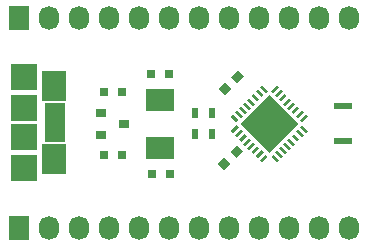
<source format=gts>
G04 #@! TF.FileFunction,Soldermask,Top*
%FSLAX46Y46*%
G04 Gerber Fmt 4.6, Leading zero omitted, Abs format (unit mm)*
G04 Created by KiCad (PCBNEW 4.0.5+dfsg1-4) date Sun Sep 17 22:55:48 2017*
%MOMM*%
%LPD*%
G01*
G04 APERTURE LIST*
%ADD10C,0.100000*%
%ADD11R,0.800000X0.750000*%
%ADD12R,0.500000X0.900000*%
%ADD13R,1.750000X0.800000*%
%ADD14R,2.300000X2.300000*%
%ADD15R,2.000000X2.500000*%
%ADD16R,2.400000X1.900000*%
%ADD17R,1.500000X0.600000*%
%ADD18R,1.727200X2.032000*%
%ADD19O,1.727200X2.032000*%
%ADD20R,0.900000X0.800000*%
G04 APERTURE END LIST*
D10*
D11*
X114883500Y-88582500D03*
X116383500Y-88582500D03*
D12*
X124067000Y-85026500D03*
X122567000Y-85026500D03*
X124067000Y-86741000D03*
X122567000Y-86741000D03*
D11*
X116395500Y-83248500D03*
X114895500Y-83248500D03*
X120372000Y-81661000D03*
X118872000Y-81661000D03*
X120447500Y-90170000D03*
X118947500Y-90170000D03*
D13*
X110780000Y-84488500D03*
X110780000Y-85138500D03*
X110780000Y-85788500D03*
X110780000Y-86438500D03*
X110780000Y-87088500D03*
D14*
X108130000Y-84588500D03*
X108130000Y-86988500D03*
X108130000Y-81938500D03*
D15*
X110680000Y-82688500D03*
X110680000Y-88888500D03*
D14*
X108130000Y-89638500D03*
D16*
X119634000Y-87983500D03*
X119634000Y-83883500D03*
D10*
G36*
X125054992Y-89851338D02*
X124524662Y-89321008D01*
X125090348Y-88755322D01*
X125620678Y-89285652D01*
X125054992Y-89851338D01*
X125054992Y-89851338D01*
G37*
G36*
X126115652Y-88790678D02*
X125585322Y-88260348D01*
X126151008Y-87694662D01*
X126681338Y-88224992D01*
X126115652Y-88790678D01*
X126115652Y-88790678D01*
G37*
G36*
X125789728Y-86705228D02*
X125612951Y-86528451D01*
X126107926Y-86033476D01*
X126284703Y-86210253D01*
X125789728Y-86705228D01*
X125789728Y-86705228D01*
G37*
G36*
X126143281Y-87058782D02*
X125966504Y-86882005D01*
X126461479Y-86387030D01*
X126638256Y-86563807D01*
X126143281Y-87058782D01*
X126143281Y-87058782D01*
G37*
G36*
X126496835Y-87412335D02*
X126320058Y-87235558D01*
X126815033Y-86740583D01*
X126991810Y-86917360D01*
X126496835Y-87412335D01*
X126496835Y-87412335D01*
G37*
G36*
X126850388Y-87765889D02*
X126673611Y-87589112D01*
X127168586Y-87094137D01*
X127345363Y-87270914D01*
X126850388Y-87765889D01*
X126850388Y-87765889D01*
G37*
G36*
X127203941Y-88119442D02*
X127027164Y-87942665D01*
X127522139Y-87447690D01*
X127698916Y-87624467D01*
X127203941Y-88119442D01*
X127203941Y-88119442D01*
G37*
G36*
X127557495Y-88472995D02*
X127380718Y-88296218D01*
X127875693Y-87801243D01*
X128052470Y-87978020D01*
X127557495Y-88472995D01*
X127557495Y-88472995D01*
G37*
G36*
X127911048Y-88826549D02*
X127734271Y-88649772D01*
X128229246Y-88154797D01*
X128406023Y-88331574D01*
X127911048Y-88826549D01*
X127911048Y-88826549D01*
G37*
G36*
X128264602Y-89180102D02*
X128087825Y-89003325D01*
X128582800Y-88508350D01*
X128759577Y-88685127D01*
X128264602Y-89180102D01*
X128264602Y-89180102D01*
G37*
G36*
X129678815Y-89003325D02*
X129502038Y-89180102D01*
X129007063Y-88685127D01*
X129183840Y-88508350D01*
X129678815Y-89003325D01*
X129678815Y-89003325D01*
G37*
G36*
X130032369Y-88649772D02*
X129855592Y-88826549D01*
X129360617Y-88331574D01*
X129537394Y-88154797D01*
X130032369Y-88649772D01*
X130032369Y-88649772D01*
G37*
G36*
X130385922Y-88296218D02*
X130209145Y-88472995D01*
X129714170Y-87978020D01*
X129890947Y-87801243D01*
X130385922Y-88296218D01*
X130385922Y-88296218D01*
G37*
G36*
X130739476Y-87942665D02*
X130562699Y-88119442D01*
X130067724Y-87624467D01*
X130244501Y-87447690D01*
X130739476Y-87942665D01*
X130739476Y-87942665D01*
G37*
G36*
X131093029Y-87589112D02*
X130916252Y-87765889D01*
X130421277Y-87270914D01*
X130598054Y-87094137D01*
X131093029Y-87589112D01*
X131093029Y-87589112D01*
G37*
G36*
X131446582Y-87235558D02*
X131269805Y-87412335D01*
X130774830Y-86917360D01*
X130951607Y-86740583D01*
X131446582Y-87235558D01*
X131446582Y-87235558D01*
G37*
G36*
X131800136Y-86882005D02*
X131623359Y-87058782D01*
X131128384Y-86563807D01*
X131305161Y-86387030D01*
X131800136Y-86882005D01*
X131800136Y-86882005D01*
G37*
G36*
X132153689Y-86528451D02*
X131976912Y-86705228D01*
X131481937Y-86210253D01*
X131658714Y-86033476D01*
X132153689Y-86528451D01*
X132153689Y-86528451D01*
G37*
G36*
X131658714Y-85785990D02*
X131481937Y-85609213D01*
X131976912Y-85114238D01*
X132153689Y-85291015D01*
X131658714Y-85785990D01*
X131658714Y-85785990D01*
G37*
G36*
X131305161Y-85432436D02*
X131128384Y-85255659D01*
X131623359Y-84760684D01*
X131800136Y-84937461D01*
X131305161Y-85432436D01*
X131305161Y-85432436D01*
G37*
G36*
X130951607Y-85078883D02*
X130774830Y-84902106D01*
X131269805Y-84407131D01*
X131446582Y-84583908D01*
X130951607Y-85078883D01*
X130951607Y-85078883D01*
G37*
G36*
X130598054Y-84725329D02*
X130421277Y-84548552D01*
X130916252Y-84053577D01*
X131093029Y-84230354D01*
X130598054Y-84725329D01*
X130598054Y-84725329D01*
G37*
G36*
X130244501Y-84371776D02*
X130067724Y-84194999D01*
X130562699Y-83700024D01*
X130739476Y-83876801D01*
X130244501Y-84371776D01*
X130244501Y-84371776D01*
G37*
G36*
X129890947Y-84018223D02*
X129714170Y-83841446D01*
X130209145Y-83346471D01*
X130385922Y-83523248D01*
X129890947Y-84018223D01*
X129890947Y-84018223D01*
G37*
G36*
X129537394Y-83664669D02*
X129360617Y-83487892D01*
X129855592Y-82992917D01*
X130032369Y-83169694D01*
X129537394Y-83664669D01*
X129537394Y-83664669D01*
G37*
G36*
X129183840Y-83311116D02*
X129007063Y-83134339D01*
X129502038Y-82639364D01*
X129678815Y-82816141D01*
X129183840Y-83311116D01*
X129183840Y-83311116D01*
G37*
G36*
X128759577Y-83134339D02*
X128582800Y-83311116D01*
X128087825Y-82816141D01*
X128264602Y-82639364D01*
X128759577Y-83134339D01*
X128759577Y-83134339D01*
G37*
G36*
X128406023Y-83487892D02*
X128229246Y-83664669D01*
X127734271Y-83169694D01*
X127911048Y-82992917D01*
X128406023Y-83487892D01*
X128406023Y-83487892D01*
G37*
G36*
X128052470Y-83841446D02*
X127875693Y-84018223D01*
X127380718Y-83523248D01*
X127557495Y-83346471D01*
X128052470Y-83841446D01*
X128052470Y-83841446D01*
G37*
G36*
X127698916Y-84194999D02*
X127522139Y-84371776D01*
X127027164Y-83876801D01*
X127203941Y-83700024D01*
X127698916Y-84194999D01*
X127698916Y-84194999D01*
G37*
G36*
X127345363Y-84548552D02*
X127168586Y-84725329D01*
X126673611Y-84230354D01*
X126850388Y-84053577D01*
X127345363Y-84548552D01*
X127345363Y-84548552D01*
G37*
G36*
X126991810Y-84902106D02*
X126815033Y-85078883D01*
X126320058Y-84583908D01*
X126496835Y-84407131D01*
X126991810Y-84902106D01*
X126991810Y-84902106D01*
G37*
G36*
X126638256Y-85255659D02*
X126461479Y-85432436D01*
X125966504Y-84937461D01*
X126143281Y-84760684D01*
X126638256Y-85255659D01*
X126638256Y-85255659D01*
G37*
G36*
X126284703Y-85609213D02*
X126107926Y-85785990D01*
X125612951Y-85291015D01*
X125789728Y-85114238D01*
X126284703Y-85609213D01*
X126284703Y-85609213D01*
G37*
G36*
X130103079Y-87129492D02*
X128883320Y-85909733D01*
X130103079Y-84689974D01*
X131322838Y-85909733D01*
X130103079Y-87129492D01*
X130103079Y-87129492D01*
G37*
G36*
X128883320Y-85909733D02*
X127663561Y-84689974D01*
X128883320Y-83470215D01*
X130103079Y-84689974D01*
X128883320Y-85909733D01*
X128883320Y-85909733D01*
G37*
G36*
X128883320Y-88349251D02*
X127663561Y-87129492D01*
X128883320Y-85909733D01*
X130103079Y-87129492D01*
X128883320Y-88349251D01*
X128883320Y-88349251D01*
G37*
G36*
X127663561Y-87129492D02*
X126443802Y-85909733D01*
X127663561Y-84689974D01*
X128883320Y-85909733D01*
X127663561Y-87129492D01*
X127663561Y-87129492D01*
G37*
G36*
X125118492Y-83501338D02*
X124588162Y-82971008D01*
X125153848Y-82405322D01*
X125684178Y-82935652D01*
X125118492Y-83501338D01*
X125118492Y-83501338D01*
G37*
G36*
X126179152Y-82440678D02*
X125648822Y-81910348D01*
X126214508Y-81344662D01*
X126744838Y-81874992D01*
X126179152Y-82440678D01*
X126179152Y-82440678D01*
G37*
D17*
X135128000Y-84376000D03*
X135128000Y-87376000D03*
D18*
X107696000Y-76962000D03*
D19*
X110236000Y-76962000D03*
X112776000Y-76962000D03*
X115316000Y-76962000D03*
X117856000Y-76962000D03*
X120396000Y-76962000D03*
X122936000Y-76962000D03*
X125476000Y-76962000D03*
X128016000Y-76962000D03*
X130556000Y-76962000D03*
X133096000Y-76962000D03*
X135636000Y-76962000D03*
D18*
X107696000Y-94742000D03*
D19*
X110236000Y-94742000D03*
X112776000Y-94742000D03*
X115316000Y-94742000D03*
X117856000Y-94742000D03*
X120396000Y-94742000D03*
X122936000Y-94742000D03*
X125476000Y-94742000D03*
X128016000Y-94742000D03*
X130556000Y-94742000D03*
X133096000Y-94742000D03*
X135636000Y-94742000D03*
D20*
X114617500Y-84963000D03*
X114617500Y-86863000D03*
X116617500Y-85913000D03*
M02*

</source>
